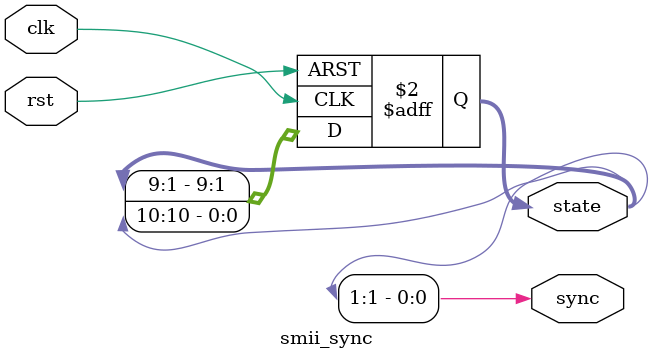
<source format=v>
module smii_sync
  (
   // SMII sync
    output            sync,
   // internal
    output reg [10:1] state,
   // clock amd reset
    input 	      clk,
    input 	      rst
   );
   
   // sync shall go high every 10:th cycle
   always @ (posedge clk or posedge rst)
     if (rst)
       state <= 10'b0000000001;
     else
       state <= {state[9:1],state[10]};

   assign sync = state[1];
   
endmodule // smii_sync

</source>
